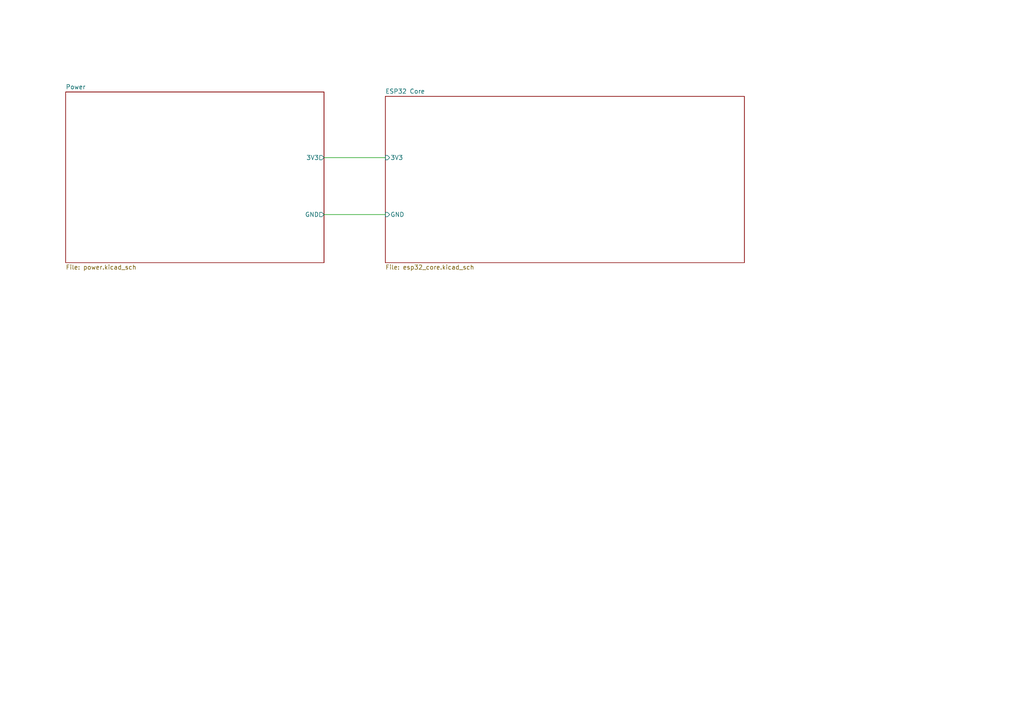
<source format=kicad_sch>
(kicad_sch
	(version 20250114)
	(generator "eeschema")
	(generator_version "9.0")
	(uuid "8f7d6ecf-e535-4443-9266-fe4b2e9314d5")
	(paper "A4")
	(lib_symbols)
	(wire
		(pts
			(xy 93.98 62.23) (xy 111.76 62.23)
		)
		(stroke
			(width 0)
			(type default)
		)
		(uuid "4d0de6c7-4b07-45b6-8382-23a6e45152e2")
	)
	(wire
		(pts
			(xy 93.98 45.72) (xy 111.76 45.72)
		)
		(stroke
			(width 0)
			(type default)
		)
		(uuid "ce17acbf-00cf-4543-a99f-f49e3fa9f9a6")
	)
	(sheet
		(at 111.76 27.94)
		(size 104.14 48.26)
		(exclude_from_sim no)
		(in_bom yes)
		(on_board yes)
		(dnp no)
		(fields_autoplaced yes)
		(stroke
			(width 0.1524)
			(type solid)
		)
		(fill
			(color 0 0 0 0.0000)
		)
		(uuid "71ad0a68-ebcc-403d-8fb5-019c32511765")
		(property "Sheetname" "ESP32 Core"
			(at 111.76 27.2284 0)
			(effects
				(font
					(size 1.27 1.27)
				)
				(justify left bottom)
			)
		)
		(property "Sheetfile" "esp32_core.kicad_sch"
			(at 111.76 76.7846 0)
			(effects
				(font
					(size 1.27 1.27)
				)
				(justify left top)
			)
		)
		(pin "3V3" input
			(at 111.76 45.72 180)
			(uuid "025308fb-ec0c-42f7-bebd-31bcd6ee75e0")
			(effects
				(font
					(size 1.27 1.27)
				)
				(justify left)
			)
		)
		(pin "GND" input
			(at 111.76 62.23 180)
			(uuid "79dc5375-3fe5-440a-9c69-47e8985c0b17")
			(effects
				(font
					(size 1.27 1.27)
				)
				(justify left)
			)
		)
		(instances
			(project "ESP32_kicad_project"
				(path "/8f7d6ecf-e535-4443-9266-fe4b2e9314d5"
					(page "3")
				)
			)
		)
	)
	(sheet
		(at 19.05 26.67)
		(size 74.93 49.53)
		(exclude_from_sim no)
		(in_bom yes)
		(on_board yes)
		(dnp no)
		(fields_autoplaced yes)
		(stroke
			(width 0.1524)
			(type solid)
		)
		(fill
			(color 0 0 0 0.0000)
		)
		(uuid "d1ef12f6-71a3-47fe-be19-1bef2cc7d14c")
		(property "Sheetname" "Power"
			(at 19.05 25.9584 0)
			(effects
				(font
					(size 1.27 1.27)
				)
				(justify left bottom)
			)
		)
		(property "Sheetfile" "power.kicad_sch"
			(at 19.05 76.7846 0)
			(effects
				(font
					(size 1.27 1.27)
				)
				(justify left top)
			)
		)
		(pin "3V3" output
			(at 93.98 45.72 0)
			(uuid "9d738aa0-4a05-4bd6-9537-7138a211d456")
			(effects
				(font
					(size 1.27 1.27)
				)
				(justify right)
			)
		)
		(pin "GND" output
			(at 93.98 62.23 0)
			(uuid "7f05b6f8-d112-42a9-97af-082300178ca3")
			(effects
				(font
					(size 1.27 1.27)
				)
				(justify right)
			)
		)
		(instances
			(project "ESP32_kicad_project"
				(path "/8f7d6ecf-e535-4443-9266-fe4b2e9314d5"
					(page "2")
				)
			)
		)
	)
	(sheet_instances
		(path "/"
			(page "1")
		)
	)
	(embedded_fonts no)
)

</source>
